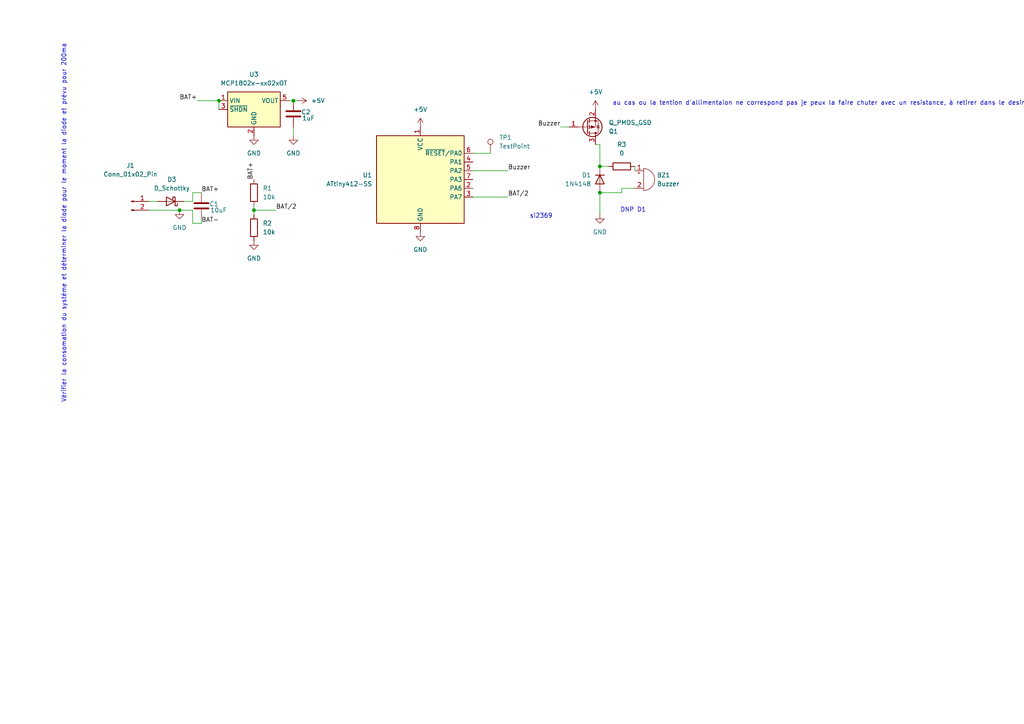
<source format=kicad_sch>
(kicad_sch (version 20250114) (generator "eeschema") (generator_version "9.0")
  (paper "A4")
  (lib_symbols
    (symbol "Connector:Conn_01x02_Pin" (pin_names (offset 1.016) (hide yes))
      (property "Reference" "J" (at 0 2.54 0))
      (property "Value" "Conn_01x02_Pin" (at 0 -5.08 0))
      (symbol "Conn_01x02_Pin_1_1"
        (rectangle (start 0.8636 0.127) (end 0 -0.127) (stroke (width 0.1524)) (fill (type outline)))
        (rectangle (start 0.8636 -2.413) (end 0 -2.667) (stroke (width 0.1524)) (fill (type outline)))
        (polyline (pts (xy 1.27 0) (xy 0.8636 0)) (stroke (width 0.1524)))
        (polyline (pts (xy 1.27 -2.54) (xy 0.8636 -2.54)) (stroke (width 0.1524)))
        (pin passive line (at 5.08 0 180) (length 3.81) (name "Pin_1") (number "1"))
        (pin passive line (at 5.08 -2.54 180) (length 3.81) (name "Pin_2") (number "2"))
      )
    )
    (symbol "Connector:TestPoint" (pin_numbers (hide yes)) (pin_names (offset 0.762) (hide yes))
      (property "Reference" "TP" (at 0 6.858 0))
      (property "Value" "TestPoint" (at 0 5.08 0))
      (symbol "TestPoint_0_1"
        (circle (center 0 3.302) (radius 0.762))
      )
      (symbol "TestPoint_1_1"
        (pin passive line (at 0 0 90) (length 2.54) (name "1") (number "1"))
      )
    )
    (symbol "Device:Buzzer" (pin_names (offset 0.0254) (hide yes))
      (property "Reference" "BZ" (at 3.81 1.27 0))
      (property "Value" "Buzzer" (at 3.81 -1.27 0))
      (symbol "Buzzer_0_1"
        (polyline (pts (xy -1.651 1.905) (xy -1.143 1.905)))
        (polyline (pts (xy -1.397 2.159) (xy -1.397 1.651)))
        (arc (start 0 3.175) (mid 3.1612 0) (end 0 -3.175))
        (polyline (pts (xy 0 3.175) (xy 0 -3.175)))
      )
      (symbol "Buzzer_1_1"
        (pin passive line (at -2.54 2.54 0) (length 2.54) (name "+") (number "1"))
        (pin passive line (at -2.54 -2.54 0) (length 2.54) (name "-") (number "2"))
      )
    )
    (symbol "Device:C" (pin_numbers (hide yes)) (pin_names (offset 0.254))
      (property "Reference" "C" (at 0.635 2.54 0))
      (property "Value" "C" (at 0.635 -2.54 0))
      (symbol "C_0_1"
        (polyline (pts (xy -2.032 0.762) (xy 2.032 0.762)) (stroke (width 0.508)))
        (polyline (pts (xy -2.032 -0.762) (xy 2.032 -0.762)) (stroke (width 0.508)))
      )
      (symbol "C_1_1"
        (pin passive line (at 0 3.81 270) (length 2.794) (name "~") (number "1"))
        (pin passive line (at 0 -3.81 90) (length 2.794) (name "~") (number "2"))
      )
    )
    (symbol "Device:D_Schottky" (pin_numbers (hide yes)) (pin_names (offset 1.016) (hide yes))
      (property "Reference" "D" (at 0 2.54 0))
      (property "Value" "D_Schottky" (at 0 -2.54 0))
      (symbol "D_Schottky_0_1"
        (polyline (pts (xy -1.905 0.635) (xy -1.905 1.27) (xy -1.27 1.27) (xy -1.27 -1.27) (xy -0.635 -1.27) (xy -0.635 -0.635)) (stroke (width 0.254)))
        (polyline (pts (xy 1.27 1.27) (xy 1.27 -1.27) (xy -1.27 0) (xy 1.27 1.27)) (stroke (width 0.254)))
        (polyline (pts (xy 1.27 0) (xy -1.27 0)))
      )
      (symbol "D_Schottky_1_1"
        (pin passive line (at -3.81 0 0) (length 2.54) (name "K") (number "1"))
        (pin passive line (at 3.81 0 180) (length 2.54) (name "A") (number "2"))
      )
    )
    (symbol "Device:R" (pin_numbers (hide yes)) (pin_names (offset 0))
      (property "Reference" "R" (at 2.032 0 90))
      (property "Value" "R" (at 0 0 90))
      (symbol "R_0_1"
        (rectangle (start -1.016 -2.54) (end 1.016 2.54) (stroke (width 0.254)))
      )
      (symbol "R_1_1"
        (pin passive line (at 0 3.81 270) (length 1.27) (name "~") (number "1"))
        (pin passive line (at 0 -3.81 90) (length 1.27) (name "~") (number "2"))
      )
    )
    (symbol "Diode:1N4148" (pin_numbers (hide yes)) (pin_names (hide yes))
      (property "Reference" "D" (at 0 2.54 0))
      (property "Value" "1N4148" (at 0 -2.54 0))
      (symbol "1N4148_0_1"
        (polyline (pts (xy -1.27 1.27) (xy -1.27 -1.27)) (stroke (width 0.254)))
        (polyline (pts (xy 1.27 1.27) (xy 1.27 -1.27) (xy -1.27 0) (xy 1.27 1.27)) (stroke (width 0.254)))
        (polyline (pts (xy 1.27 0) (xy -1.27 0)))
      )
      (symbol "1N4148_1_1"
        (pin passive line (at -3.81 0 0) (length 2.54) (name "K") (number "1"))
        (pin passive line (at 3.81 0 180) (length 2.54) (name "A") (number "2"))
      )
    )
    (symbol "MCU_Microchip_ATtiny:ATtiny412-SS"
      (property "Reference" "U" (at -12.7 13.97 0))
      (property "Value" "ATtiny412-SS" (at 2.54 -13.97 0))
      (symbol "ATtiny412-SS_0_1"
        (rectangle (start -12.7 -12.7) (end 12.7 12.7) (stroke (width 0.254)) (fill (type background)))
      )
      (symbol "ATtiny412-SS_1_1"
        (pin power_in line (at 0 15.24 270) (length 2.54) (name "VCC") (number "1"))
        (pin power_in line (at 0 -15.24 90) (length 2.54) (name "GND") (number "8"))
        (pin bidirectional line (at 15.24 7.62 180) (length 2.54) (name "~{RESET}/PA0") (number "6"))
        (pin bidirectional line (at 15.24 5.08 180) (length 2.54) (name "PA1") (number "4"))
        (pin bidirectional line (at 15.24 2.54 180) (length 2.54) (name "PA2") (number "5"))
        (pin bidirectional line (at 15.24 0 180) (length 2.54) (name "PA3") (number "7"))
        (pin bidirectional line (at 15.24 -2.54 180) (length 2.54) (name "PA6") (number "2"))
        (pin bidirectional line (at 15.24 -5.08 180) (length 2.54) (name "PA7") (number "3"))
      )
    )
    (symbol "Regulator_Linear:MCP1802x-xx02xOT"
      (property "Reference" "U" (at -6.35 6.35 0))
      (property "Value" "MCP1802x-xx02xOT" (at 0 6.35 0))
      (symbol "MCP1802x-xx02xOT_0_1"
        (rectangle (start -7.62 5.08) (end 7.62 -5.08) (stroke (width 0.254)) (fill (type background)))
      )
      (symbol "MCP1802x-xx02xOT_1_1"
        (pin power_in line (at -10.16 2.54 0) (length 2.54) (name "VIN") (number "1"))
        (pin input line (at -10.16 0 0) (length 2.54) (name "~{SHDN}") (number "3"))
        (pin power_in line (at 0 -7.62 90) (length 2.54) (name "GND") (number "2"))
        (pin no_connect line (at 7.62 0 180) (length 2.54) (hide yes) (name "NC") (number "4"))
        (pin power_out line (at 10.16 2.54 180) (length 2.54) (name "VOUT") (number "5"))
      )
    )
    (symbol "Transistor_FET:Q_PMOS_GSD" (pin_names (offset 0) (hide yes))
      (property "Reference" "Q" (at 5.08 1.905 0))
      (property "Value" "Q_PMOS_GSD" (at 5.08 0 0))
      (symbol "Q_PMOS_GSD_0_1"
        (polyline (pts (xy 0.254 1.905) (xy 0.254 -1.905)) (stroke (width 0.254)))
        (polyline (pts (xy 0.254 0) (xy -2.54 0)))
        (polyline (pts (xy 0.762 2.286) (xy 0.762 1.27)) (stroke (width 0.254)))
        (polyline (pts (xy 0.762 1.778) (xy 3.302 1.778) (xy 3.302 -1.778) (xy 0.762 -1.778)))
        (polyline (pts (xy 0.762 0.508) (xy 0.762 -0.508)) (stroke (width 0.254)))
        (polyline (pts (xy 0.762 -1.27) (xy 0.762 -2.286)) (stroke (width 0.254)))
        (circle (center 1.651 0) (radius 2.794) (stroke (width 0.254)))
        (polyline (pts (xy 2.286 0) (xy 1.27 0.381) (xy 1.27 -0.381) (xy 2.286 0)) (fill (type outline)))
        (polyline (pts (xy 2.54 2.54) (xy 2.54 1.778)))
        (circle (center 2.54 1.778) (radius 0.254) (fill (type outline)))
        (circle (center 2.54 -1.778) (radius 0.254) (fill (type outline)))
        (polyline (pts (xy 2.54 -2.54) (xy 2.54 0) (xy 0.762 0)))
        (polyline (pts (xy 2.921 -0.381) (xy 3.683 -0.381)))
        (polyline (pts (xy 3.302 -0.381) (xy 2.921 0.254) (xy 3.683 0.254) (xy 3.302 -0.381)))
      )
      (symbol "Q_PMOS_GSD_1_1"
        (pin input line (at -5.08 0 0) (length 2.54) (name "G") (number "1"))
        (pin passive line (at 2.54 5.08 270) (length 2.54) (name "D") (number "3"))
        (pin passive line (at 2.54 -5.08 90) (length 2.54) (name "S") (number "2"))
      )
    )
    (symbol "power:+5V" (power) (pin_numbers (hide yes)) (pin_names (offset 0) (hide yes))
      (property "Value" "+5V" (at 0 3.556 0))
      (symbol "+5V_0_1"
        (polyline (pts (xy -0.762 1.27) (xy 0 2.54)))
        (polyline (pts (xy 0 2.54) (xy 0.762 1.27)))
        (polyline (pts (xy 0 0) (xy 0 2.54)))
      )
      (symbol "+5V_1_1"
        (pin power_in line (at 0 0 90) (length 0) (name "~") (number "1"))
      )
    )
    (symbol "power:GND" (power) (pin_numbers (hide yes)) (pin_names (offset 0) (hide yes))
      (property "Value" "GND" (at 0 -3.81 0))
      (symbol "GND_0_1"
        (polyline (pts (xy 0 0) (xy 0 -1.27) (xy 1.27 -1.27) (xy 0 -2.54) (xy -1.27 -1.27) (xy 0 -1.27)))
      )
      (symbol "GND_1_1"
        (pin power_in line (at 0 0 270) (length 0) (name "~") (number "1"))
      )
    )
  )
  (text "au cas ou la tention d'allimentaion ne correspond pas je peux la faire chuter avec un resistance, à retirer dans le desing final\n" (at 240.792 29.972 0) (effects (font (size 1.27 1.27))))
  (text "si2369\n" (at 156.972 62.738 0) (effects (font (size 1.27 1.27))))
  (text "Vérifier la consomation du systéme et déterminer la diode pour le moment la diode et prévu pour 200ma" (at 18.542 64.77 90) (effects (font (size 1.27 1.27))))
  (text "DNP D1\n" (at 183.642 60.96 0) (effects (font (size 1.27 1.27))))
  (junction (at 63.5 29.21))
  (junction (at 73.66 60.96))
  (junction (at 173.99 48.26))
  (junction (at 52.07 60.96))
  (junction (at 173.99 55.88))
  (junction (at 85.09 29.21))
  (wire (pts (xy 173.99 55.88) (xy 173.99 62.23)))
  (wire (pts (xy 173.99 41.91) (xy 172.72 41.91)))
  (wire (pts (xy 147.32 49.53) (xy 137.16 49.53)))
  (wire (pts (xy 55.88 55.88) (xy 55.88 58.42)))
  (wire (pts (xy 184.15 54.61) (xy 180.34 54.61)))
  (wire (pts (xy 55.88 58.42) (xy 53.34 58.42)))
  (wire (pts (xy 58.42 55.88) (xy 55.88 55.88)))
  (wire (pts (xy 57.15 29.21) (xy 63.5 29.21)))
  (wire (pts (xy 180.34 54.61) (xy 180.34 55.88)))
  (wire (pts (xy 85.09 36.83) (xy 85.09 39.37)))
  (wire (pts (xy 147.32 57.15) (xy 137.16 57.15)))
  (wire (pts (xy 55.88 60.96) (xy 52.07 60.96)))
  (wire (pts (xy 173.99 41.91) (xy 173.99 48.26)))
  (wire (pts (xy 86.36 29.21) (xy 85.09 29.21)))
  (wire (pts (xy 63.5 29.21) (xy 63.5 31.75)))
  (wire (pts (xy 142.24 44.45) (xy 137.16 44.45)))
  (wire (pts (xy 85.09 29.21) (xy 83.82 29.21)))
  (wire (pts (xy 52.07 60.96) (xy 43.18 60.96)))
  (wire (pts (xy 162.56 36.83) (xy 165.1 36.83)))
  (wire (pts (xy 184.15 48.26) (xy 184.15 49.53)))
  (wire (pts (xy 73.66 59.69) (xy 73.66 60.96)))
  (wire (pts (xy 55.88 64.77) (xy 55.88 60.96)))
  (wire (pts (xy 73.66 60.96) (xy 73.66 62.23)))
  (wire (pts (xy 58.42 64.77) (xy 55.88 64.77)))
  (wire (pts (xy 58.42 64.77) (xy 58.42 63.5)))
  (wire (pts (xy 80.01 60.96) (xy 73.66 60.96)))
  (wire (pts (xy 173.99 48.26) (xy 176.53 48.26)))
  (wire (pts (xy 180.34 55.88) (xy 173.99 55.88)))
  (wire (pts (xy 45.72 58.42) (xy 43.18 58.42)))
  (label "BAT+" (at 58.42 55.88 0))
  (label "Buzzer" (at 147.32 49.53 0))
  (label "BAT+" (at 73.66 52.07 90))
  (label "BAT{slash}2" (at 80.01 60.96 0))
  (label "BAT-" (at 58.42 64.77 0))
  (label "BAT+" (at 57.15 29.21 180))
  (label "Buzzer" (at 162.56 36.83 180))
  (label "BAT{slash}2" (at 147.32 57.15 0))
  (symbol (lib_id "Regulator_Linear:MCP1802x-xx02xOT") (at 73.66 31.75 0) (unit 1)
    (property "Reference" "U3" (at 73.66 21.59 0))
    (property "Value" "MCP1802x-xx02xOT" (at 73.66 24.13 0))
    (property "Footprint" "Package_TO_SOT_SMD:SOT-23-5" (effects (hide yes)))
    (property "Datasheet" "http://ww1.microchip.com/downloads/en/DeviceDoc/22053C.pdf" (effects (hide yes)))
    (property "Description" "150mA, Tiny CMOS LDO With Shutdown, Fixed Voltage, SOT-23-5" (effects (hide yes)))
  )
  (symbol (lib_id "Device:R") (at 180.34 48.26 90) (unit 1)
    (property "Reference" "R3" (at 180.34 41.91 90))
    (property "Value" "0" (at 180.34 44.45 90))
    (property "Footprint" "Resistor_SMD:R_0603_1608Metric" (effects (hide yes)))
    (property "Description" "Resistor" (effects (hide yes)))
  )
  (symbol (lib_id "power:GND") (at 52.07 60.96 0) (unit 1)
    (property "Reference" "#PWR01" (effects (hide yes)))
    (property "Value" "GND" (at 52.07 66.04 0))
    (property "Description" "Power symbol creates a global label with name \"GND\" , ground" (effects (hide yes)))
  )
  (symbol (lib_id "MCU_Microchip_ATtiny:ATtiny412-SS") (at 121.92 52.07 0) (unit 1)
    (property "Reference" "U1" (at 107.95 50.7999 0) (effects (justify right)))
    (property "Value" "ATtiny412-SS" (at 107.95 53.3399 0) (effects (justify right)))
    (property "Footprint" "Package_SO:SOIC-8_3.9x4.9mm_P1.27mm" (effects (hide yes)))
    (property "Datasheet" "http://ww1.microchip.com/downloads/en/DeviceDoc/40001911A.pdf" (effects (hide yes)))
    (property "Description" "20MHz, 4kB Flash, 256B SRAM, 128B EEPROM, SOIC-8" (effects (hide yes)))
  )
  (symbol (lib_id "power:GND") (at 85.09 39.37 0) (unit 1)
    (property "Reference" "#PWR09" (effects (hide yes)))
    (property "Value" "GND" (at 85.09 44.45 0))
    (property "Description" "Power symbol creates a global label with name \"GND\" , ground" (effects (hide yes)))
  )
  (symbol (lib_id "Device:Buzzer") (at 186.69 52.07 0) (unit 1)
    (property "Reference" "BZ1" (at 190.5 50.7999 0) (effects (justify left)))
    (property "Value" "Buzzer" (at 190.5 53.3399 0) (effects (justify left)))
    (property "Footprint" "Buzzer_Beeper:Buzzer_TDK_PS1240P02BT_D12.2mm_H6.5mm" (effects (hide yes)))
    (property "Description" "Buzzer, polarized" (effects (hide yes)))
  )
  (symbol (lib_id "power:+5V") (at 121.92 36.83 0) (unit 1)
    (property "Reference" "#PWR05" (effects (hide yes)))
    (property "Value" "+5V" (at 121.92 31.75 0))
    (property "Description" "Power symbol creates a global label with name \"+5V\"" (effects (hide yes)))
  )
  (symbol (lib_id "Diode:1N4148") (at 173.99 52.07 90) (mirror x) (unit 1)
    (property "Reference" "D1" (at 171.45 50.7999 90) (effects (justify left)))
    (property "Value" "1N4148" (at 171.45 53.3399 90) (effects (justify left)))
    (property "Footprint" "Diode_THT:D_DO-35_SOD27_P7.62mm_Horizontal" (effects (hide yes)))
    (property "Datasheet" "https://assets.nexperia.com/documents/data-sheet/1N4148_1N4448.pdf" (effects (hide yes)))
    (property "Description" "100V 0.15A standard switching diode, DO-35" (effects (hide yes)))
    (property "Sim.Device" "D" (effects (hide yes)))
    (property "Sim.Pins" "1=K 2=A" (effects (hide yes)))
  )
  (symbol (lib_id "Device:R") (at 73.66 55.88 0) (unit 1)
    (property "Reference" "R1" (at 76.2 54.6099 0) (effects (justify left)))
    (property "Value" "10k" (at 76.2 57.1499 0) (effects (justify left)))
    (property "Footprint" "Resistor_SMD:R_0603_1608Metric" (effects (hide yes)))
    (property "Description" "Resistor" (effects (hide yes)))
  )
  (symbol (lib_id "power:GND") (at 173.99 62.23 0) (mirror y) (unit 1)
    (property "Reference" "#PWR07" (effects (hide yes)))
    (property "Value" "GND" (at 173.99 67.31 0))
    (property "Description" "Power symbol creates a global label with name \"GND\" , ground" (effects (hide yes)))
  )
  (symbol (lib_id "Transistor_FET:Q_PMOS_GSD") (at 170.18 36.83 0) (mirror x) (unit 1)
    (property "Reference" "Q1" (at 176.53 38.1001 0) (effects (justify left)))
    (property "Value" "Q_PMOS_GSD" (at 176.53 35.5601 0) (effects (justify left)))
    (property "Footprint" "Package_TO_SOT_SMD:TSOT-23" (effects (hide yes)))
    (property "Description" "P-MOSFET transistor, gate/source/drain" (effects (hide yes)))
  )
  (symbol (lib_id "Connector:Conn_01x02_Pin") (at 38.1 58.42 0) (unit 1)
    (property "Reference" "J1" (at 37.846 48.006 0))
    (property "Value" "Conn_01x02_Pin" (at 37.846 50.546 0))
    (property "Footprint" "Connector_PinSocket_2.54mm:PinSocket_1x02_P2.54mm_Vertical" (effects (hide yes)))
    (property "Description" "Generic connector, single row, 01x02, script generated" (effects (hide yes)))
  )
  (symbol (lib_id "Device:R") (at 73.66 66.04 0) (unit 1)
    (property "Reference" "R2" (at 76.2 64.7699 0) (effects (justify left)))
    (property "Value" "10k" (at 76.2 67.3099 0) (effects (justify left)))
    (property "Footprint" "Resistor_SMD:R_0603_1608Metric" (effects (hide yes)))
    (property "Description" "Resistor" (effects (hide yes)))
  )
  (symbol (lib_id "power:GND") (at 121.92 67.31 0) (unit 1)
    (property "Reference" "#PWR03" (effects (hide yes)))
    (property "Value" "GND" (at 121.92 72.39 0))
    (property "Description" "Power symbol creates a global label with name \"GND\" , ground" (effects (hide yes)))
  )
  (symbol (lib_id "power:+5V") (at 172.72 31.75 0) (mirror y) (unit 1)
    (property "Reference" "#PWR06" (effects (hide yes)))
    (property "Value" "+5V" (at 172.72 26.67 0))
    (property "Description" "Power symbol creates a global label with name \"+5V\"" (effects (hide yes)))
  )
  (symbol (lib_id "Device:C") (at 85.09 33.02 0) (unit 1)
    (property "Reference" "C2" (at 87.376 32.512 0) (effects (justify left)))
    (property "Value" "1uF" (at 87.63 34.29 0) (effects (justify left)))
    (property "Footprint" "Capacitor_SMD:C_0603_1608Metric" (effects (hide yes)))
    (property "Description" "Unpolarized capacitor" (effects (hide yes)))
  )
  (symbol (lib_id "Device:C") (at 58.42 59.69 0) (unit 1)
    (property "Reference" "C1" (at 60.706 59.182 0) (effects (justify left)))
    (property "Value" "10uF" (at 60.96 60.96 0) (effects (justify left)))
    (property "Footprint" "Capacitor_SMD:C_1206_3216Metric" (effects (hide yes)))
    (property "Description" "Unpolarized capacitor" (effects (hide yes)))
  )
  (symbol (lib_id "Connector:TestPoint") (at 142.24 44.45 0) (unit 1)
    (property "Reference" "TP1" (at 144.78 39.8779 0) (effects (justify left)))
    (property "Value" "TestPoint" (at 144.78 42.4179 0) (effects (justify left)))
    (property "Footprint" "TestPoint:TestPoint_Pad_2.0x2.0mm" (effects (hide yes)))
    (property "Description" "test point" (effects (hide yes)))
  )
  (symbol (lib_id "power:+5V") (at 86.36 29.21 270) (unit 1)
    (property "Reference" "#PWR04" (effects (hide yes)))
    (property "Value" "+5V" (at 90.17 29.2099 90) (effects (justify left)))
    (property "Description" "Power symbol creates a global label with name \"+5V\"" (effects (hide yes)))
  )
  (symbol (lib_id "power:GND") (at 73.66 69.85 0) (unit 1)
    (property "Reference" "#PWR08" (effects (hide yes)))
    (property "Value" "GND" (at 73.66 74.93 0))
    (property "Description" "Power symbol creates a global label with name \"GND\" , ground" (effects (hide yes)))
  )
  (symbol (lib_id "power:GND") (at 73.66 39.37 0) (unit 1)
    (property "Reference" "#PWR02" (effects (hide yes)))
    (property "Value" "GND" (at 73.66 44.45 0))
    (property "Description" "Power symbol creates a global label with name \"GND\" , ground" (effects (hide yes)))
  )
  (symbol (lib_id "Device:D_Schottky") (at 49.53 58.42 180) (unit 1)
    (property "Reference" "D3" (at 49.8475 52.07 0))
    (property "Value" "D_Schottky" (at 49.8475 54.61 0))
    (property "Footprint" "Diode_SMD:D_SOD-123" (effects (hide yes)))
    (property "Description" "Schottky diode" (effects (hide yes)))
  )
)
</source>
